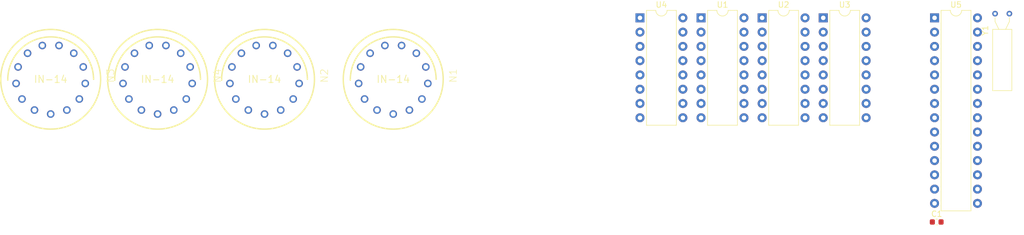
<source format=kicad_pcb>
(kicad_pcb (version 20211014) (generator pcbnew)
  (layers (0 "F.Cu" signal) (31 "B.Cu" signal) (34 "B.Paste" user) (35 "F.Paste" user) (36 "B.SilkS" user "B.Silkscreen") (37 "F.SilkS" user "F.Silkscreen") (38 "B.Mask" user) (39 "F.Mask" user) (44 "Edge.Cuts" user))
  (net 0 "")
  (net 1 "Net-(C1-Pad1)")
  (net 2 "GND")
  (net 11 "Net-(C2-Pad1)")
  (footprint "Package_DIP:DIP-16_W7.62mm" (layer "F.Cu") (at 170.82 32.25)
    (fp_text reference "U4" (at 3.81 -2.33) (layer "F.SilkS"))
    (fp_text value "K155NA1")
    (fp_line (start 6.46 -1.33) (end 4.81 -1.33) (layer "F.SilkS") (width 0.12))
    (fp_line (start 6.46 19.11) (end 6.46 -1.33) (layer "F.SilkS") (width 0.12))
    (fp_line (start 1.16 -1.33) (end 1.16 19.11) (layer "F.SilkS") (width 0.12))
    (fp_line (start 1.16 19.11) (end 6.46 19.11) (layer "F.SilkS") (width 0.12))
    (fp_line (start 2.81 -1.33) (end 1.16 -1.33) (layer "F.SilkS") (width 0.12))
    (fp_arc (start 4.81 -1.33) (mid 3.81 -0.33) (end 2.81 -1.33) (layer "F.SilkS") (width 0.12))
    (pad "1" thru_hole rect (at 0 0) (size 1.6 1.6) (drill 0.8) (layers *.Cu *.Mask))
    (pad "2" thru_hole oval (at 0 2.54) (size 1.6 1.6) (drill 0.8) (layers *.Cu *.Mask))
    (pad "3" thru_hole oval (at 0 5.08) (size 1.6 1.6) (drill 0.8) (layers *.Cu *.Mask))
    (pad "4" thru_hole oval (at 0 7.62) (size 1.6 1.6) (drill 0.8) (layers *.Cu *.Mask))
    (pad "5" thru_hole oval (at 0 10.16) (size 1.6 1.6) (drill 0.8) (layers *.Cu *.Mask))
    (pad "6" thru_hole oval (at 0 12.7) (size 1.6 1.6) (drill 0.8) (layers *.Cu *.Mask))
    (pad "7" thru_hole oval (at 0 15.24) (size 1.6 1.6) (drill 0.8) (layers *.Cu *.Mask))
    (pad "8" thru_hole oval (at 0 17.78) (size 1.6 1.6) (drill 0.8) (layers *.Cu *.Mask))
    (pad "9" thru_hole oval (at 7.62 17.78) (size 1.6 1.6) (drill 0.8) (layers *.Cu *.Mask))
    (pad "10" thru_hole oval (at 7.62 15.24) (size 1.6 1.6) (drill 0.8) (layers *.Cu *.Mask))
    (pad "11" thru_hole oval (at 7.62 12.7) (size 1.6 1.6) (drill 0.8) (layers *.Cu *.Mask))
    (pad "12" thru_hole oval (at 7.62 10.16) (size 1.6 1.6) (drill 0.8) (layers *.Cu *.Mask))
    (pad "13" thru_hole oval (at 7.62 7.62) (size 1.6 1.6) (drill 0.8) (layers *.Cu *.Mask))
    (pad "14" thru_hole oval (at 7.62 5.08) (size 1.6 1.6) (drill 0.8) (layers *.Cu *.Mask))
    (pad "15" thru_hole oval (at 7.62 2.54) (size 1.6 1.6) (drill 0.8) (layers *.Cu *.Mask))
    (pad "16" thru_hole oval (at 7.62 0) (size 1.6 1.6) (drill 0.8) (layers *.Cu *.Mask))
  )
  (footprint "nixietubes:nixies-us-IN-14" (layer "F.Cu") (at 85.15 43.18)
    (fp_text reference "N4" (at 10.63498 -0.635 90) (layer "F.SilkS") (effects (font (size 1.27 1.27) (thickness 0.1016))))
    (fp_text value "IN-14" (at 0 0) (layer "F.SilkS") (effects (font (size 1.27 1.27))))
    (fp_arc (start -7.62 0.15748) (mid -0.07874 -7.54126) (end 7.62 0) (layer "F.SilkS") (width 0.254))
    (fp_circle (center 0 0) (end 0 -8.87222) (layer "F.SilkS") (width 0.254) (fill none))
    (pad "0" thru_hole circle (at 5.0927 3.51536) (size 1.3462 1.3462) (drill 0.8382) (layers *.Cu *.Mask))
    (pad "1" thru_hole circle (at -5.0927 3.51536) (size 1.3462 1.3462) (drill 0.8382) (layers *.Cu *.Mask))
    (pad "2" thru_hole circle (at -6.14426 0.74422) (size 1.3462 1.3462) (drill 0.8382) (layers *.Cu *.Mask))
    (pad "3" thru_hole circle (at -5.78612 -2.19456) (size 1.3462 1.3462) (drill 0.8382) (layers *.Cu *.Mask))
    (pad "4" thru_hole circle (at -4.10464 -4.63296) (size 1.3462 1.3462) (drill 0.8382) (layers *.Cu *.Mask))
    (pad "5" thru_hole circle (at -1.48082 -6.00964) (size 1.3462 1.3462) (drill 0.8382) (layers *.Cu *.Mask))
    (pad "6" thru_hole circle (at 1.48082 -6.00964) (size 1.3462 1.3462) (drill 0.8382) (layers *.Cu *.Mask))
    (pad "7" thru_hole circle (at 4.10464 -4.63296) (size 1.3462 1.3462) (drill 0.8382) (layers *.Cu *.Mask))
    (pad "8" thru_hole circle (at 5.78612 -2.19456) (size 1.3462 1.3462) (drill 0.8382) (layers *.Cu *.Mask))
    (pad "9" thru_hole circle (at 6.14426 0.74422) (size 1.3462 1.3462) (drill 0.8382) (layers *.Cu *.Mask))
    (pad "A" thru_hole circle (at 0 6.18744) (size 1.3462 1.3462) (drill 0.8382) (layers *.Cu *.Mask))
    (pad "LHDP" thru_hole circle (at 2.87528 5.47878) (size 1.3462 1.3462) (drill 0.8382) (layers *.Cu *.Mask))
    (pad "RHDP" thru_hole circle (at -2.87528 5.47878) (size 1.3462 1.3462) (drill 0.8382) (layers *.Cu *.Mask))
  )
  (footprint "nixietubes:nixies-us-IN-14" (layer "F.Cu") (at 104.14 43.18)
    (fp_text reference "N2" (at 10.63498 -0.635 90) (layer "F.SilkS") (effects (font (size 1.27 1.27) (thickness 0.1016))))
    (fp_text value "IN-14" (at 0 0) (layer "F.SilkS") (effects (font (size 1.27 1.27))))
    (fp_arc (start -7.62 0.15748) (mid -0.07874 -7.54126) (end 7.62 0) (layer "F.SilkS") (width 0.254))
    (fp_circle (center 0 0) (end 0 -8.87222) (layer "F.SilkS") (width 0.254) (fill none))
    (pad "0" thru_hole circle (at 5.0927 3.51536) (size 1.3462 1.3462) (drill 0.8382) (layers *.Cu *.Mask))
    (pad "1" thru_hole circle (at -5.0927 3.51536) (size 1.3462 1.3462) (drill 0.8382) (layers *.Cu *.Mask))
    (pad "2" thru_hole circle (at -6.14426 0.74422) (size 1.3462 1.3462) (drill 0.8382) (layers *.Cu *.Mask))
    (pad "3" thru_hole circle (at -5.78612 -2.19456) (size 1.3462 1.3462) (drill 0.8382) (layers *.Cu *.Mask))
    (pad "4" thru_hole circle (at -4.10464 -4.63296) (size 1.3462 1.3462) (drill 0.8382) (layers *.Cu *.Mask))
    (pad "5" thru_hole circle (at -1.48082 -6.00964) (size 1.3462 1.3462) (drill 0.8382) (layers *.Cu *.Mask))
    (pad "6" thru_hole circle (at 1.48082 -6.00964) (size 1.3462 1.3462) (drill 0.8382) (layers *.Cu *.Mask))
    (pad "7" thru_hole circle (at 4.10464 -4.63296) (size 1.3462 1.3462) (drill 0.8382) (layers *.Cu *.Mask))
    (pad "8" thru_hole circle (at 5.78612 -2.19456) (size 1.3462 1.3462) (drill 0.8382) (layers *.Cu *.Mask))
    (pad "9" thru_hole circle (at 6.14426 0.74422) (size 1.3462 1.3462) (drill 0.8382) (layers *.Cu *.Mask))
    (pad "A" thru_hole circle (at 0 6.18744) (size 1.3462 1.3462) (drill 0.8382) (layers *.Cu *.Mask))
    (pad "LHDP" thru_hole circle (at 2.87528 5.47878) (size 1.3462 1.3462) (drill 0.8382) (layers *.Cu *.Mask))
    (pad "RHDP" thru_hole circle (at -2.87528 5.47878) (size 1.3462 1.3462) (drill 0.8382) (layers *.Cu *.Mask))
  )
  (footprint "nixietubes:nixies-us-IN-14" (layer "F.Cu") (at 127 43.18)
    (fp_text reference "N1" (at 10.63498 -0.635 90) (layer "F.SilkS") (effects (font (size 1.27 1.27) (thickness 0.1016))))
    (fp_text value "IN-14" (at 0 0) (layer "F.SilkS") (effects (font (size 1.27 1.27))))
    (fp_arc (start -7.62 0.15748) (mid -0.07874 -7.54126) (end 7.62 0) (layer "F.SilkS") (width 0.254))
    (fp_circle (center 0 0) (end 0 -8.87222) (layer "F.SilkS") (width 0.254) (fill none))
    (pad "0" thru_hole circle (at 5.0927 3.51536) (size 1.3462 1.3462) (drill 0.8382) (layers *.Cu *.Mask))
    (pad "1" thru_hole circle (at -5.0927 3.51536) (size 1.3462 1.3462) (drill 0.8382) (layers *.Cu *.Mask))
    (pad "2" thru_hole circle (at -6.14426 0.74422) (size 1.3462 1.3462) (drill 0.8382) (layers *.Cu *.Mask))
    (pad "3" thru_hole circle (at -5.78612 -2.19456) (size 1.3462 1.3462) (drill 0.8382) (layers *.Cu *.Mask))
    (pad "4" thru_hole circle (at -4.10464 -4.63296) (size 1.3462 1.3462) (drill 0.8382) (layers *.Cu *.Mask))
    (pad "5" thru_hole circle (at -1.48082 -6.00964) (size 1.3462 1.3462) (drill 0.8382) (layers *.Cu *.Mask))
    (pad "6" thru_hole circle (at 1.48082 -6.00964) (size 1.3462 1.3462) (drill 0.8382) (layers *.Cu *.Mask))
    (pad "7" thru_hole circle (at 4.10464 -4.63296) (size 1.3462 1.3462) (drill 0.8382) (layers *.Cu *.Mask))
    (pad "8" thru_hole circle (at 5.78612 -2.19456) (size 1.3462 1.3462) (drill 0.8382) (layers *.Cu *.Mask))
    (pad "9" thru_hole circle (at 6.14426 0.74422) (size 1.3462 1.3462) (drill 0.8382) (layers *.Cu *.Mask))
    (pad "A" thru_hole circle (at 0 6.18744) (size 1.3462 1.3462) (drill 0.8382) (layers *.Cu *.Mask))
    (pad "LHDP" thru_hole circle (at 2.87528 5.47878) (size 1.3462 1.3462) (drill 0.8382) (layers *.Cu *.Mask))
    (pad "RHDP" thru_hole circle (at -2.87528 5.47878) (size 1.3462 1.3462) (drill 0.8382) (layers *.Cu *.Mask))
  )
  (footprint "nixietubes:nixies-us-IN-14" (layer "F.Cu") (at 66.16 43.18)
    (fp_text reference "N3" (at 10.63498 -0.635 90) (layer "F.SilkS") (effects (font (size 1.27 1.27) (thickness 0.1016))))
    (fp_text value "IN-14" (at 0 0) (layer "F.SilkS") (effects (font (size 1.27 1.27))))
    (fp_arc (start -7.62 0.15748) (mid -0.07874 -7.54126) (end 7.62 0) (layer "F.SilkS") (width 0.254))
    (fp_circle (center 0 0) (end 0 -8.87222) (layer "F.SilkS") (width 0.254) (fill none))
    (pad "0" thru_hole circle (at 5.0927 3.51536) (size 1.3462 1.3462) (drill 0.8382) (layers *.Cu *.Mask))
    (pad "1" thru_hole circle (at -5.0927 3.51536) (size 1.3462 1.3462) (drill 0.8382) (layers *.Cu *.Mask))
    (pad "2" thru_hole circle (at -6.14426 0.74422) (size 1.3462 1.3462) (drill 0.8382) (layers *.Cu *.Mask))
    (pad "3" thru_hole circle (at -5.78612 -2.19456) (size 1.3462 1.3462) (drill 0.8382) (layers *.Cu *.Mask))
    (pad "4" thru_hole circle (at -4.10464 -4.63296) (size 1.3462 1.3462) (drill 0.8382) (layers *.Cu *.Mask))
    (pad "5" thru_hole circle (at -1.48082 -6.00964) (size 1.3462 1.3462) (drill 0.8382) (layers *.Cu *.Mask))
    (pad "6" thru_hole circle (at 1.48082 -6.00964) (size 1.3462 1.3462) (drill 0.8382) (layers *.Cu *.Mask))
    (pad "7" thru_hole circle (at 4.10464 -4.63296) (size 1.3462 1.3462) (drill 0.8382) (layers *.Cu *.Mask))
    (pad "8" thru_hole circle (at 5.78612 -2.19456) (size 1.3462 1.3462) (drill 0.8382) (layers *.Cu *.Mask))
    (pad "9" thru_hole circle (at 6.14426 0.74422) (size 1.3462 1.3462) (drill 0.8382) (layers *.Cu *.Mask))
    (pad "A" thru_hole circle (at 0 6.18744) (size 1.3462 1.3462) (drill 0.8382) (layers *.Cu *.Mask))
    (pad "LHDP" thru_hole circle (at 2.87528 5.47878) (size 1.3462 1.3462) (drill 0.8382) (layers *.Cu *.Mask))
    (pad "RHDP" thru_hole circle (at -2.87528 5.47878) (size 1.3462 1.3462) (drill 0.8382) (layers *.Cu *.Mask))
  )
  (footprint "Package_DIP:DIP-16_W7.62mm" (layer "F.Cu") (at 203.37 32.25)
    (fp_text reference "U3" (at 3.81 -2.33) (layer "F.SilkS"))
    (fp_text value "K155NA1")
    (fp_line (start 6.46 -1.33) (end 4.81 -1.33) (layer "F.SilkS") (width 0.12))
    (fp_line (start 2.81 -1.33) (end 1.16 -1.33) (layer "F.SilkS") (width 0.12))
    (fp_line (start 1.16 -1.33) (end 1.16 19.11) (layer "F.SilkS") (width 0.12))
    (fp_line (start 6.46 19.11) (end 6.46 -1.33) (layer "F.SilkS") (width 0.12))
    (fp_line (start 1.16 19.11) (end 6.46 19.11) (layer "F.SilkS") (width 0.12))
    (fp_arc (start 4.81 -1.33) (mid 3.81 -0.33) (end 2.81 -1.33) (layer "F.SilkS") (width 0.12))
    (pad "1" thru_hole rect (at 0 0) (size 1.6 1.6) (drill 0.8) (layers *.Cu *.Mask))
    (pad "2" thru_hole oval (at 0 2.54) (size 1.6 1.6) (drill 0.8) (layers *.Cu *.Mask))
    (pad "3" thru_hole oval (at 0 5.08) (size 1.6 1.6) (drill 0.8) (layers *.Cu *.Mask))
    (pad "4" thru_hole oval (at 0 7.62) (size 1.6 1.6) (drill 0.8) (layers *.Cu *.Mask))
    (pad "5" thru_hole oval (at 0 10.16) (size 1.6 1.6) (drill 0.8) (layers *.Cu *.Mask))
    (pad "6" thru_hole oval (at 0 12.7) (size 1.6 1.6) (drill 0.8) (layers *.Cu *.Mask))
    (pad "7" thru_hole oval (at 0 15.24) (size 1.6 1.6) (drill 0.8) (layers *.Cu *.Mask))
    (pad "8" thru_hole oval (at 0 17.78) (size 1.6 1.6) (drill 0.8) (layers *.Cu *.Mask))
    (pad "9" thru_hole oval (at 7.62 17.78) (size 1.6 1.6) (drill 0.8) (layers *.Cu *.Mask))
    (pad "10" thru_hole oval (at 7.62 15.24) (size 1.6 1.6) (drill 0.8) (layers *.Cu *.Mask))
    (pad "11" thru_hole oval (at 7.62 12.7) (size 1.6 1.6) (drill 0.8) (layers *.Cu *.Mask))
    (pad "12" thru_hole oval (at 7.62 10.16) (size 1.6 1.6) (drill 0.8) (layers *.Cu *.Mask))
    (pad "13" thru_hole oval (at 7.62 7.62) (size 1.6 1.6) (drill 0.8) (layers *.Cu *.Mask))
    (pad "14" thru_hole oval (at 7.62 5.08) (size 1.6 1.6) (drill 0.8) (layers *.Cu *.Mask))
    (pad "15" thru_hole oval (at 7.62 2.54) (size 1.6 1.6) (drill 0.8) (layers *.Cu *.Mask))
    (pad "16" thru_hole oval (at 7.62 0) (size 1.6 1.6) (drill 0.8) (layers *.Cu *.Mask))
  )
  (footprint "Package_DIP:DIP-16_W7.62mm" (layer "F.Cu") (at 192.52 32.25)
    (fp_text reference "U2" (at 3.81 -2.33) (layer "F.SilkS"))
    (fp_text value "K155NA1")
    (fp_line (start 2.81 -1.33) (end 1.16 -1.33) (layer "F.SilkS") (width 0.12))
    (fp_line (start 1.16 -1.33) (end 1.16 19.11) (layer "F.SilkS") (width 0.12))
    (fp_line (start 1.16 19.11) (end 6.46 19.11) (layer "F.SilkS") (width 0.12))
    (fp_line (start 6.46 19.11) (end 6.46 -1.33) (layer "F.SilkS") (width 0.12))
    (fp_line (start 6.46 -1.33) (end 4.81 -1.33) (layer "F.SilkS") (width 0.12))
    (fp_arc (start 4.81 -1.33) (mid 3.81 -0.33) (end 2.81 -1.33) (layer "F.SilkS") (width 0.12))
    (pad "1" thru_hole rect (at 0 0) (size 1.6 1.6) (drill 0.8) (layers *.Cu *.Mask))
    (pad "2" thru_hole oval (at 0 2.54) (size 1.6 1.6) (drill 0.8) (layers *.Cu *.Mask))
    (pad "3" thru_hole oval (at 0 5.08) (size 1.6 1.6) (drill 0.8) (layers *.Cu *.Mask))
    (pad "4" thru_hole oval (at 0 7.62) (size 1.6 1.6) (drill 0.8) (layers *.Cu *.Mask))
    (pad "5" thru_hole oval (at 0 10.16) (size 1.6 1.6) (drill 0.8) (layers *.Cu *.Mask))
    (pad "6" thru_hole oval (at 0 12.7) (size 1.6 1.6) (drill 0.8) (layers *.Cu *.Mask))
    (pad "7" thru_hole oval (at 0 15.24) (size 1.6 1.6) (drill 0.8) (layers *.Cu *.Mask))
    (pad "8" thru_hole oval (at 0 17.78) (size 1.6 1.6) (drill 0.8) (layers *.Cu *.Mask))
    (pad "9" thru_hole oval (at 7.62 17.78) (size 1.6 1.6) (drill 0.8) (layers *.Cu *.Mask))
    (pad "10" thru_hole oval (at 7.62 15.24) (size 1.6 1.6) (drill 0.8) (layers *.Cu *.Mask))
    (pad "11" thru_hole oval (at 7.62 12.7) (size 1.6 1.6) (drill 0.8) (layers *.Cu *.Mask))
    (pad "12" thru_hole oval (at 7.62 10.16) (size 1.6 1.6) (drill 0.8) (layers *.Cu *.Mask))
    (pad "13" thru_hole oval (at 7.62 7.62) (size 1.6 1.6) (drill 0.8) (layers *.Cu *.Mask))
    (pad "14" thru_hole oval (at 7.62 5.08) (size 1.6 1.6) (drill 0.8) (layers *.Cu *.Mask))
    (pad "15" thru_hole oval (at 7.62 2.54) (size 1.6 1.6) (drill 0.8) (layers *.Cu *.Mask))
    (pad "16" thru_hole oval (at 7.62 0) (size 1.6 1.6) (drill 0.8) (layers *.Cu *.Mask))
  )
  (footprint "Package_DIP:DIP-16_W7.62mm" (layer "F.Cu") (at 181.67 32.25)
    (fp_text reference "U1" (at 3.81 -2.33) (layer "F.SilkS"))
    (fp_text value "K155NA1")
    (fp_line (start 6.46 19.11) (end 6.46 -1.33) (layer "F.SilkS") (width 0.12))
    (fp_line (start 1.16 -1.33) (end 1.16 19.11) (layer "F.SilkS") (width 0.12))
    (fp_line (start 6.46 -1.33) (end 4.81 -1.33) (layer "F.SilkS") (width 0.12))
    (fp_line (start 2.81 -1.33) (end 1.16 -1.33) (layer "F.SilkS") (width 0.12))
    (fp_line (start 1.16 19.11) (end 6.46 19.11) (layer "F.SilkS") (width 0.12))
    (fp_arc (start 4.81 -1.33) (mid 3.81 -0.33) (end 2.81 -1.33) (layer "F.SilkS") (width 0.12))
    (pad "1" thru_hole rect (at 0 0) (size 1.6 1.6) (drill 0.8) (layers *.Cu *.Mask))
    (pad "2" thru_hole oval (at 0 2.54) (size 1.6 1.6) (drill 0.8) (layers *.Cu *.Mask))
    (pad "3" thru_hole oval (at 0 5.08) (size 1.6 1.6) (drill 0.8) (layers *.Cu *.Mask))
    (pad "4" thru_hole oval (at 0 7.62) (size 1.6 1.6) (drill 0.8) (layers *.Cu *.Mask))
    (pad "5" thru_hole oval (at 0 10.16) (size 1.6 1.6) (drill 0.8) (layers *.Cu *.Mask))
    (pad "6" thru_hole oval (at 0 12.7) (size 1.6 1.6) (drill 0.8) (layers *.Cu *.Mask))
    (pad "7" thru_hole oval (at 0 15.24) (size 1.6 1.6) (drill 0.8) (layers *.Cu *.Mask))
    (pad "8" thru_hole oval (at 0 17.78) (size 1.6 1.6) (drill 0.8) (layers *.Cu *.Mask))
    (pad "9" thru_hole oval (at 7.62 17.78) (size 1.6 1.6) (drill 0.8) (layers *.Cu *.Mask))
    (pad "10" thru_hole oval (at 7.62 15.24) (size 1.6 1.6) (drill 0.8) (layers *.Cu *.Mask))
    (pad "11" thru_hole oval (at 7.62 12.7) (size 1.6 1.6) (drill 0.8) (layers *.Cu *.Mask))
    (pad "12" thru_hole oval (at 7.62 10.16) (size 1.6 1.6) (drill 0.8) (layers *.Cu *.Mask))
    (pad "13" thru_hole oval (at 7.62 7.62) (size 1.6 1.6) (drill 0.8) (layers *.Cu *.Mask))
    (pad "14" thru_hole oval (at 7.62 5.08) (size 1.6 1.6) (drill 0.8) (layers *.Cu *.Mask))
    (pad "15" thru_hole oval (at 7.62 2.54) (size 1.6 1.6) (drill 0.8) (layers *.Cu *.Mask))
    (pad "16" thru_hole oval (at 7.62 0) (size 1.6 1.6) (drill 0.8) (layers *.Cu *.Mask))
  )
  (footprint "Capacitor_SMD:C_0603_1608Metric" (layer "F.Cu") (at 223.52 68.58)
    (fp_text reference "C1" (at 0 -1.43) (layer "F.SilkS"))
    (fp_text value "C")
    (fp_line (start -0.14058 0.51) (end 0.14058 0.51) (layer "F.SilkS") (width 0.12))
    (fp_line (start -0.14058 -0.51) (end 0.14058 -0.51) (layer "F.SilkS") (width 0.12))
    (pad "1" smd roundrect (at -0.775 0) (size 0.9 0.95) (layers "F.Cu" "F.Paste" "F.Mask") (net 1 "Net-(C1-Pad1)"))
    (pad "2" smd roundrect (at 0.775 0) (size 0.9 0.95) (layers "F.Cu" "F.Paste" "F.Mask") (net 2 "GND"))
  )
  (footprint "Package_DIP:DIP-28_W7.62mm" (layer "F.Cu") (at 223.14 32.25)
    (fp_text reference "U5" (at 3.81 -2.33) (layer "F.SilkS"))
    (fp_text value "ATmega8-16P")
    (fp_line (start 6.46 34.35) (end 6.46 -1.33) (layer "F.SilkS") (width 0.12))
    (fp_line (start 1.16 -1.33) (end 1.16 34.35) (layer "F.SilkS") (width 0.12))
    (fp_line (start 2.81 -1.33) (end 1.16 -1.33) (layer "F.SilkS") (width 0.12))
    (fp_line (start 6.46 -1.33) (end 4.81 -1.33) (layer "F.SilkS") (width 0.12))
    (fp_line (start 1.16 34.35) (end 6.46 34.35) (layer "F.SilkS") (width 0.12))
    (fp_arc (start 4.81 -1.33) (mid 3.81 -0.33) (end 2.81 -1.33) (layer "F.SilkS") (width 0.12))
    (pad "1" thru_hole rect (at 0 0) (size 1.6 1.6) (drill 0.8) (layers *.Cu *.Mask))
    (pad "2" thru_hole oval (at 0 2.54) (size 1.6 1.6) (drill 0.8) (layers *.Cu *.Mask))
    (pad "3" thru_hole oval (at 0 5.08) (size 1.6 1.6) (drill 0.8) (layers *.Cu *.Mask))
    (pad "4" thru_hole oval (at 0 7.62) (size 1.6 1.6) (drill 0.8) (layers *.Cu *.Mask))
    (pad "5" thru_hole oval (at 0 10.16) (size 1.6 1.6) (drill 0.8) (layers *.Cu *.Mask))
    (pad "6" thru_hole oval (at 0 12.7) (size 1.6 1.6) (drill 0.8) (layers *.Cu *.Mask))
    (pad "7" thru_hole oval (at 0 15.24) (size 1.6 1.6) (drill 0.8) (layers *.Cu *.Mask))
    (pad "8" thru_hole oval (at 0 17.78) (size 1.6 1.6) (drill 0.8) (layers *.Cu *.Mask))
    (pad "9" thru_hole oval (at 0 20.32) (size 1.6 1.6) (drill 0.8) (layers *.Cu *.Mask) (net 1 "Net-(C1-Pad1)"))
    (pad "10" thru_hole oval (at 0 22.86) (size 1.6 1.6) (drill 0.8) (layers *.Cu *.Mask) (net 11 "Net-(C2-Pad1)"))
    (pad "11" thru_hole oval (at 0 25.4) (size 1.6 1.6) (drill 0.8) (layers *.Cu *.Mask))
    (pad "12" thru_hole oval (at 0 27.94) (size 1.6 1.6) (drill 0.8) (layers *.Cu *.Mask))
    (pad "13" thru_hole oval (at 0 30.48) (size 1.6 1.6) (drill 0.8) (layers *.Cu *.Mask))
    (pad "14" thru_hole oval (at 0 33.02) (size 1.6 1.6) (drill 0.8) (layers *.Cu *.Mask))
    (pad "15" thru_hole oval (at 7.62 33.02) (size 1.6 1.6) (drill 0.8) (layers *.Cu *.Mask))
    (pad "16" thru_hole oval (at 7.62 30.48) (size 1.6 1.6) (drill 0.8) (layers *.Cu *.Mask))
    (pad "17" thru_hole oval (at 7.62 27.94) (size 1.6 1.6) (drill 0.8) (layers *.Cu *.Mask))
    (pad "18" thru_hole oval (at 7.62 25.4) (size 1.6 1.6) (drill 0.8) (layers *.Cu *.Mask))
    (pad "19" thru_hole oval (at 7.62 22.86) (size 1.6 1.6) (drill 0.8) (layers *.Cu *.Mask))
    (pad "20" thru_hole oval (at 7.62 20.32) (size 1.6 1.6) (drill 0.8) (layers *.Cu *.Mask))
    (pad "21" thru_hole oval (at 7.62 17.78) (size 1.6 1.6) (drill 0.8) (layers *.Cu *.Mask))
    (pad "22" thru_hole oval (at 7.62 15.24) (size 1.6 1.6) (drill 0.8) (layers *.Cu *.Mask))
    (pad "23" thru_hole oval (at 7.62 12.7) (size 1.6 1.6) (drill 0.8) (layers *.Cu *.Mask))
    (pad "24" thru_hole oval (at 7.62 10.16) (size 1.6 1.6) (drill 0.8) (layers *.Cu *.Mask))
    (pad "25" thru_hole oval (at 7.62 7.62) (size 1.6 1.6) (drill 0.8) (layers *.Cu *.Mask))
    (pad "26" thru_hole oval (at 7.62 5.08) (size 1.6 1.6) (drill 0.8) (layers *.Cu *.Mask))
    (pad "27" thru_hole oval (at 7.62 2.54) (size 1.6 1.6) (drill 0.8) (layers *.Cu *.Mask))
    (pad "28" thru_hole oval (at 7.62 0) (size 1.6 1.6) (drill 0.8) (layers *.Cu *.Mask))
  )
  (footprint "Crystal:Crystal_AT310_D3.0mm_L10.0mm_Horizontal" (layer "F.Cu") (at 233.89 31.5)
    (fp_text reference "Y1" (at -1.75 3 90) (layer "F.SilkS"))
    (fp_text value "Crystal_Small")
    (fp_line (start 1.87 2.8) (end 2.54 1.4) (layer "F.SilkS") (width 0.12))
    (fp_line (start 0 1.4) (end 0 0.7) (layer "F.SilkS") (width 0.12))
    (fp_line (start 2.54 1.4) (end 2.54 0.7) (layer "F.SilkS") (width 0.12))
    (fp_line (start 2.97 2.8) (end -0.43 2.8) (layer "F.SilkS") (width 0.12))
    (fp_line (start -0.43 2.8) (end -0.43 13.7) (layer "F.SilkS") (width 0.12))
    (fp_line (start 0.67 2.8) (end 0 1.4) (layer "F.SilkS") (width 0.12))
    (fp_line (start -0.43 13.7) (end 2.97 13.7) (layer "F.SilkS") (width 0.12))
    (fp_line (start 2.97 13.7) (end 2.97 2.8) (layer "F.SilkS") (width 0.12))
    (pad "1" thru_hole circle (at 0 0) (size 1 1) (drill 0.5) (layers *.Cu *.Mask) (net 11 "Net-(C2-Pad1)"))
    (pad "2" thru_hole circle (at 2.54 0) (size 1 1) (drill 0.5) (layers *.Cu *.Mask) (net 1 "Net-(C1-Pad1)"))
  )
)
</source>
